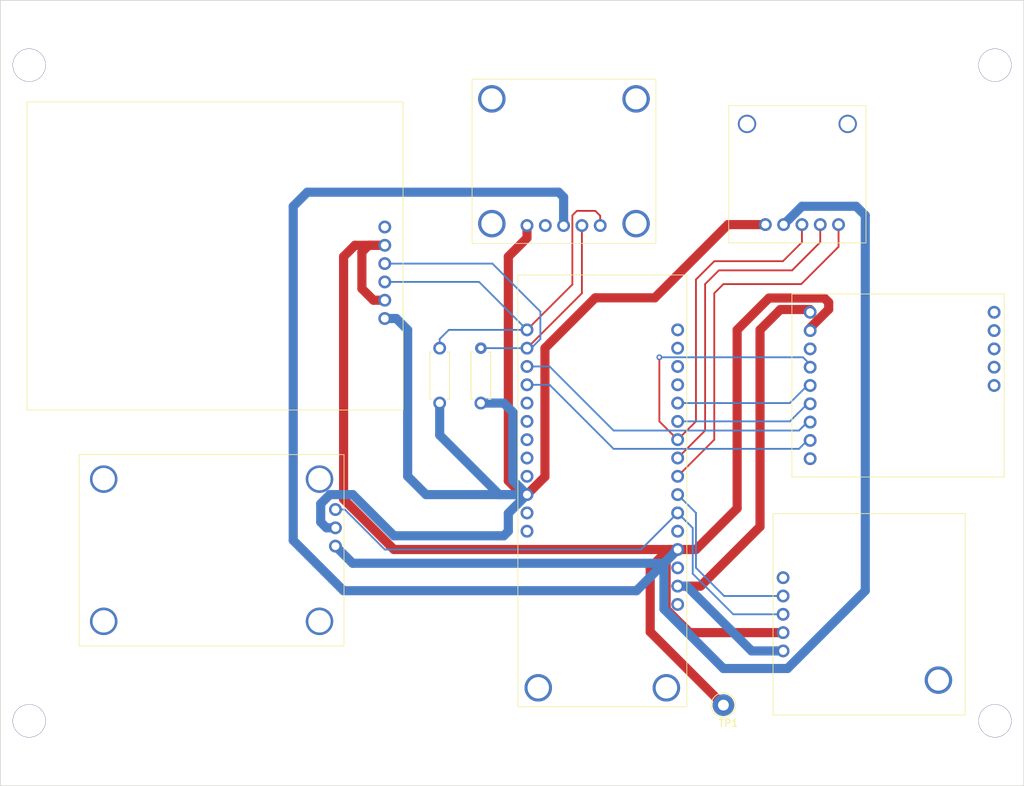
<source format=kicad_pcb>
(kicad_pcb (version 20221018) (generator pcbnew)
  (layers (0 "F.Cu" signal) (31 "B.Cu" signal) (34 "B.Paste" user) (35 "F.Paste" user) (36 "B.SilkS" user "B.Silkscreen") (37 "F.SilkS" user "F.Silkscreen") (38 "B.Mask" user) (39 "F.Mask" user) (44 "Edge.Cuts" user))
  (net 0 "")
  (net 1 "+5V")
  (net 2 "Net-(CO2-SCL)")
  (net 3 "Net-(CO2-SDA)")
  (net 4 "GND")
  (net 5 "Net-(Accelerometer1-Zout)")
  (net 6 "Net-(Accelerometer1-Yout)")
  (net 7 "Net-(Accelerometer1-Xout)")
  (net 10 "Net-(ESP32-WROOM-32E1-TX)")
  (net 11 "Net-(ESP32-WROOM-32E1-RX)")
  (net 12 "+3.3V")
  (net 14 "Net-(ESP32-WROOM-32E1-SCK)")
  (net 15 "Net-(ESP32-WROOM-32E1-MISO)")
  (net 16 "Net-(ESP32-WROOM-32E1-MOSI)")
  (net 17 "Net-(ESP32-WROOM-32E1-D04)")
  (net 18 "Net-(ESP32-WROOM-32E1-D06)")
  (net 24 "+BATT")
  (net 25 "Net-(ESP32-WROOM-32E1-A2)")
  (footprint "my-sensors:SEN55" (layer "F.Cu") (at 106.68 107.6468 180)
    (fp_text reference "SEN55")
    (fp_text value "~")
    (fp_rect (start 0 0) (end 52.1716 42.7736) (stroke (width 0.1)) (fill none) (layer "F.SilkS"))
    (pad "1" thru_hole circle (at 2.54 12.7 180) (size 1.778 1.778) (drill 1.0922) (layers "*.Cu" "*.Mask") (net 1 "+5V"))
    (pad "2" thru_hole circle (at 2.54 15.24 180) (size 1.778 1.778) (drill 1.0922) (layers "*.Cu" "*.Mask") (net 4 "GND"))
    (pad "3" thru_hole circle (at 2.54 17.78 180) (size 1.778 1.778) (drill 1.0922) (layers "*.Cu" "*.Mask") (net 3 "Net-(CO2-SDA)"))
    (pad "4" thru_hole circle (at 2.54 20.32 180) (size 1.778 1.778) (drill 1.0922) (layers "*.Cu" "*.Mask") (net 2 "Net-(CO2-SCL)"))
    (pad "5" thru_hole circle (at 2.54 22.86 180) (size 1.778 1.778) (drill 1.0922) (layers "*.Cu" "*.Mask") (net 4 "GND"))
    (pad "6" thru_hole circle (at 2.54 25.4 180) (size 1.778 1.778) (drill 1.0922) (layers "*.Cu" "*.Mask"))
  )
  (footprint "my-sensors:Methane" (layer "F.Cu") (at 61.7331 113.8285)
    (fp_text reference "Methane3")
    (fp_text value "~")
    (fp_rect (start 0 0) (end 36.7538 26.543) (stroke (width 0.1)) (fill none) (layer "F.SilkS"))
    (pad "1" thru_hole circle (at 35.56 7.62) (size 1.778 1.778) (drill 1.0922) (layers "*.Cu" "*.Mask") (net 25 "Net-(ESP32-WROOM-32E1-A2)"))
    (pad "2" thru_hole circle (at 35.56 10.16) (size 1.778 1.778) (drill 1.0922) (layers "*.Cu" "*.Mask") (net 1 "+5V"))
    (pad "3" thru_hole circle (at 35.56 12.7) (size 1.778 1.778) (drill 1.0922) (layers "*.Cu" "*.Mask") (net 4 "GND"))
    (pad "4" thru_hole circle (at 3.4036 3.4036 270) (size 3.81 3.81) (drill 3.0988) (layers "*.Cu" "*.Mask"))
    (pad "5" thru_hole circle (at 33.3502 3.4036 270) (size 3.81 3.81) (drill 3.0988) (layers "*.Cu" "*.Mask"))
    (pad "6" thru_hole circle (at 3.4036 23.1394 270) (size 3.81 3.81) (drill 3.0988) (layers "*.Cu" "*.Mask"))
    (pad "7" thru_hole circle (at 33.3502 23.1394 270) (size 3.81 3.81) (drill 3.0988) (layers "*.Cu" "*.Mask"))
  )
  (footprint "Resistor_THT:R_Axial_DIN0207_L6.3mm_D2.5mm_P7.62mm_Horizontal" (layer "F.Cu") (at 117.475 106.68 90)
    (fp_text reference "R1")
    (fp_text value "4.7k")
    (fp_line (start 0.54 -1.37) (end 7.08 -1.37) (stroke (width 0.12)) (layer "F.SilkS"))
    (fp_line (start 0.54 -1.04) (end 0.54 -1.37) (stroke (width 0.12)) (layer "F.SilkS"))
    (fp_line (start 0.54 1.04) (end 0.54 1.37) (stroke (width 0.12)) (layer "F.SilkS"))
    (fp_line (start 0.54 1.37) (end 7.08 1.37) (stroke (width 0.12)) (layer "F.SilkS"))
    (fp_line (start 7.08 -1.37) (end 7.08 -1.04) (stroke (width 0.12)) (layer "F.SilkS"))
    (fp_line (start 7.08 1.37) (end 7.08 1.04) (stroke (width 0.12)) (layer "F.SilkS"))
    (pad "1" thru_hole circle (at 0 0 90) (size 1.778 1.778) (drill 1.0922) (layers "*.Cu" "*.Mask") (net 1 "+5V"))
    (pad "2" thru_hole oval (at 7.62 0 90) (size 1.6 1.6) (drill 0.8) (layers "*.Cu" "*.Mask") (net 2 "Net-(CO2-SCL)"))
  )
  (footprint "Resistor_THT:R_Axial_DIN0207_L6.3mm_D2.5mm_P7.62mm_Horizontal" (layer "F.Cu") (at 111.76 106.68 90)
    (fp_text reference "R2")
    (fp_text value "4.7k")
    (fp_line (start 0.54 -1.37) (end 7.08 -1.37) (stroke (width 0.12)) (layer "F.SilkS"))
    (fp_line (start 0.54 -1.04) (end 0.54 -1.37) (stroke (width 0.12)) (layer "F.SilkS"))
    (fp_line (start 0.54 1.04) (end 0.54 1.37) (stroke (width 0.12)) (layer "F.SilkS"))
    (fp_line (start 0.54 1.37) (end 7.08 1.37) (stroke (width 0.12)) (layer "F.SilkS"))
    (fp_line (start 7.08 -1.37) (end 7.08 -1.04) (stroke (width 0.12)) (layer "F.SilkS"))
    (fp_line (start 7.08 1.37) (end 7.08 1.04) (stroke (width 0.12)) (layer "F.SilkS"))
    (pad "1" thru_hole circle (at 0 0 90) (size 1.778 1.778) (drill 1.0922) (layers "*.Cu" "*.Mask") (net 1 "+5V"))
    (pad "2" thru_hole circle (at 7.62 0 90) (size 1.778 1.778) (drill 1.0922) (layers "*.Cu" "*.Mask") (net 3 "Net-(CO2-SDA)"))
  )
  (footprint "TestPoint:TestPoint_Loop_D2.54mm_Drill1.5mm_Beaded" (layer "F.Cu") (at 151.13 148.59)
    (fp_text reference "TP1" (at 0.7 2.5) (layer "F.SilkS"))
    (fp_text value "TestPoint")
    (fp_circle (center 0 0) (end 1.7 0) (stroke (width 0.12)) (fill none) (layer "F.SilkS"))
    (pad "1" thru_hole circle (at 0 0) (size 3 3) (drill 1.5) (layers "*.Cu" "*.Mask") (net 4 "GND"))
  )
  (footprint "my-sensors:ESP32" (layer "F.Cu") (at 122.6058 88.9)
    (fp_text reference "ESP32-WROOM-32E1")
    (fp_text value "~")
    (fp_rect (start 0 0) (end 23.4442 59.9186) (stroke (width 0.1)) (fill none) (layer "F.SilkS"))
    (pad "1" thru_hole circle (at 1.27 7.62) (size 1.778 1.778) (drill 1.0922) (layers "*.Cu" "*.Mask") (net 3 "Net-(CO2-SDA)"))
    (pad "2" thru_hole circle (at 1.27 10.16) (size 1.778 1.778) (drill 1.0922) (layers "*.Cu" "*.Mask") (net 2 "Net-(CO2-SCL)"))
    (pad "3" thru_hole circle (at 1.27 12.7) (size 1.778 1.778) (drill 1.0922) (layers "*.Cu" "*.Mask") (net 17 "Net-(ESP32-WROOM-32E1-D04)"))
    (pad "4" thru_hole circle (at 1.27 15.24) (size 1.778 1.778) (drill 1.0922) (layers "*.Cu" "*.Mask") (net 18 "Net-(ESP32-WROOM-32E1-D06)"))
    (pad "5" thru_hole circle (at 1.27 17.78) (size 1.778 1.778) (drill 1.0922) (layers "*.Cu" "*.Mask"))
    (pad "6" thru_hole circle (at 1.27 20.32) (size 1.778 1.778) (drill 1.0922) (layers "*.Cu" "*.Mask"))
    (pad "7" thru_hole circle (at 1.27 22.86) (size 1.778 1.778) (drill 1.0922) (layers "*.Cu" "*.Mask"))
    (pad "8" thru_hole circle (at 1.27 25.4) (size 1.778 1.778) (drill 1.0922) (layers "*.Cu" "*.Mask"))
    (pad "9" thru_hole circle (at 1.27 27.94) (size 1.778 1.778) (drill 1.0922) (layers "*.Cu" "*.Mask"))
    (pad "10" thru_hole circle (at 1.27 30.48) (size 1.778 1.778) (drill 1.0922) (layers "*.Cu" "*.Mask") (net 1 "+5V"))
    (pad "11" thru_hole circle (at 1.27 33.02) (size 1.778 1.778) (drill 1.0922) (layers "*.Cu" "*.Mask"))
    (pad "12" thru_hole circle (at 1.27 35.56) (size 1.778 1.778) (drill 1.0922) (layers "*.Cu" "*.Mask") (net 24 "+BATT"))
    (pad "13" thru_hole circle (at 22.1742 45.72) (size 1.778 1.778) (drill 1.0922) (layers "*.Cu" "*.Mask"))
    (pad "14" thru_hole circle (at 22.1742 43.18) (size 1.778 1.778) (drill 1.0922) (layers "*.Cu" "*.Mask") (net 12 "+3.3V"))
    (pad "15" thru_hole circle (at 22.1742 40.64) (size 1.778 1.778) (drill 1.0922) (layers "*.Cu" "*.Mask"))
    (pad "16" thru_hole circle (at 22.1742 38.1) (size 1.778 1.778) (drill 1.0922) (layers "*.Cu" "*.Mask") (net 4 "GND"))
    (pad "17" thru_hole circle (at 22.1742 35.56) (size 1.778 1.778) (drill 1.0922) (layers "*.Cu" "*.Mask"))
    (pad "18" thru_hole circle (at 22.1742 33.02) (size 1.778 1.778) (drill 1.0922) (layers "*.Cu" "*.Mask"))
    (pad "19" thru_hole circle (at 22.1742 30.48) (size 1.778 1.778) (drill 1.0922) (layers "*.Cu" "*.Mask") (net 25 "Net-(ESP32-WROOM-32E1-A2)"))
    (pad "20" thru_hole circle (at 22.1742 27.94) (size 1.778 1.778) (drill 1.0922) (layers "*.Cu" "*.Mask") (net 7 "Net-(Accelerometer1-Xout)"))
    (pad "21" thru_hole circle (at 22.1742 25.4) (size 1.778 1.778) (drill 1.0922) (layers "*.Cu" "*.Mask") (net 6 "Net-(Accelerometer1-Yout)"))
    (pad "22" thru_hole circle (at 22.1742 22.86) (size 1.778 1.778) (drill 1.0922) (layers "*.Cu" "*.Mask") (net 5 "Net-(Accelerometer1-Zout)"))
    (pad "23" thru_hole circle (at 22.1742 20.32) (size 1.778 1.778) (drill 1.0922) (layers "*.Cu" "*.Mask") (net 14 "Net-(ESP32-WROOM-32E1-SCK)"))
    (pad "24" thru_hole circle (at 22.1742 17.78) (size 1.778 1.778) (drill 1.0922) (layers "*.Cu" "*.Mask") (net 16 "Net-(ESP32-WROOM-32E1-MOSI)"))
    (pad "25" thru_hole circle (at 22.1742 15.24) (size 1.778 1.778) (drill 1.0922) (layers "*.Cu" "*.Mask") (net 15 "Net-(ESP32-WROOM-32E1-MISO)"))
    (pad "26" thru_hole circle (at 22.1742 12.7) (size 1.778 1.778) (drill 1.0922) (layers "*.Cu" "*.Mask") (net 11 "Net-(ESP32-WROOM-32E1-RX)"))
    (pad "27" thru_hole circle (at 22.1742 10.16) (size 1.778 1.778) (drill 1.0922) (layers "*.Cu" "*.Mask") (net 10 "Net-(ESP32-WROOM-32E1-TX)"))
    (pad "28" thru_hole circle (at 2.8321 57.2897) (size 3.81 3.81) (drill 2.9718) (layers "*.Cu" "*.Mask"))
    (pad "28" thru_hole circle (at 22.1742 7.62) (size 1.778 1.778) (drill 1.0922) (layers "*.Cu" "*.Mask"))
    (pad "29" thru_hole circle (at 20.6121 57.2897) (size 3.81 3.81) (drill 2.9718) (layers "*.Cu" "*.Mask"))
  )
  (footprint "my-sensors:Accelerometer" (layer "F.Cu") (at 151.865 65.405)
    (fp_text reference "Accelerometer1")
    (fp_text value "~")
    (fp_rect (start 0 0) (end 19.05 19.05) (stroke (width 0.1)) (fill none) (layer "F.SilkS"))
    (pad "1" thru_hole circle (at 5.08 16.51) (size 1.778 1.778) (drill 1.0922) (layers "*.Cu" "*.Mask") (net 1 "+5V"))
    (pad "2" thru_hole circle (at 7.62 16.51) (size 1.778 1.778) (drill 1.0922) (layers "*.Cu" "*.Mask") (net 4 "GND"))
    (pad "3" thru_hole circle (at 10.16 16.51) (size 1.778 1.778) (drill 1.0922) (layers "*.Cu" "*.Mask") (net 5 "Net-(Accelerometer1-Zout)"))
    (pad "4" thru_hole circle (at 12.7 16.51) (size 1.778 1.778) (drill 1.0922) (layers "*.Cu" "*.Mask") (net 6 "Net-(Accelerometer1-Yout)"))
    (pad "5" thru_hole circle (at 15.24 16.51) (size 1.778 1.778) (drill 1.0922) (layers "*.Cu" "*.Mask") (net 7 "Net-(Accelerometer1-Xout)"))
    (pad "6" thru_hole circle (at 2.54 2.54) (size 2.54 2.54) (drill 2.032) (layers "*.Cu" "*.Mask"))
    (pad "7" thru_hole circle (at 16.51 2.54) (size 2.54 2.54) (drill 2.032) (layers "*.Cu" "*.Mask"))
  )
  (footprint "my-sensors:GPS" (layer "F.Cu") (at 184.685 122.02 -90)
    (fp_text reference "GPS1")
    (fp_text value "~")
    (fp_rect (start 0 0) (end 27.94 26.67) (stroke (width 0.1)) (fill none) (layer "F.SilkS"))
    (pad "1" thru_hole circle (at 8.89 25.273 270) (size 1.778 1.778) (drill 1.0922) (layers "*.Cu" "*.Mask"))
    (pad "2" thru_hole circle (at 11.43 25.273 270) (size 1.778 1.778) (drill 1.0922) (layers "*.Cu" "*.Mask") (net 10 "Net-(ESP32-WROOM-32E1-TX)"))
    (pad "3" thru_hole circle (at 13.97 25.273 270) (size 1.778 1.778) (drill 1.0922) (layers "*.Cu" "*.Mask") (net 11 "Net-(ESP32-WROOM-32E1-RX)"))
    (pad "4" thru_hole circle (at 16.51 25.273 270) (size 1.778 1.778) (drill 1.0922) (layers "*.Cu" "*.Mask") (net 4 "GND"))
    (pad "5" thru_hole circle (at 19.05 25.273 270) (size 1.778 1.778) (drill 1.0922) (layers "*.Cu" "*.Mask") (net 12 "+3.3V"))
    (pad "6" thru_hole circle (at 23.1013 3.7211 270) (size 3.81 3.81) (drill 2.921) (layers "*.Cu" "*.Mask"))
  )
  (footprint "my-sensors:LoraWAN" (layer "F.Cu") (at 160.628 91.54)
    (fp_text reference "LoraWAN1")
    (fp_text value "~")
    (fp_rect (start 0 0) (end 29.464 25.4) (stroke (width 0.1)) (fill none) (layer "F.SilkS"))
    (pad "1" thru_hole circle (at 2.54 2.54 270) (size 1.778 1.778) (drill 1.0922) (layers "*.Cu" "*.Mask") (net 12 "+3.3V"))
    (pad "2" thru_hole circle (at 2.54 5.08 270) (size 1.778 1.778) (drill 1.0922) (layers "*.Cu" "*.Mask") (net 4 "GND"))
    (pad "3" thru_hole circle (at 2.54 7.62 270) (size 1.778 1.778) (drill 1.0922) (layers "*.Cu" "*.Mask"))
    (pad "4" thru_hole circle (at 2.54 10.16 270) (size 1.778 1.778) (drill 1.0922) (layers "*.Cu" "*.Mask") (net 14 "Net-(ESP32-WROOM-32E1-SCK)"))
    (pad "5" thru_hole circle (at 2.54 12.7 270) (size 1.778 1.778) (drill 1.0922) (layers "*.Cu" "*.Mask") (net 15 "Net-(ESP32-WROOM-32E1-MISO)"))
    (pad "6" thru_hole circle (at 2.54 15.24 270) (size 1.778 1.778) (drill 1.0922) (layers "*.Cu" "*.Mask") (net 16 "Net-(ESP32-WROOM-32E1-MOSI)"))
    (pad "7" thru_hole circle (at 2.54 17.78 270) (size 1.778 1.778) (drill 1.0922) (layers "*.Cu" "*.Mask") (net 17 "Net-(ESP32-WROOM-32E1-D04)"))
    (pad "8" thru_hole circle (at 2.54 20.32 270) (size 1.778 1.778) (drill 1.0922) (layers "*.Cu" "*.Mask") (net 18 "Net-(ESP32-WROOM-32E1-D06)"))
    (pad "9" thru_hole circle (at 2.54 22.86 270) (size 1.778 1.778) (drill 1.0922) (layers "*.Cu" "*.Mask"))
    (pad "10" thru_hole circle (at 28.067 12.7 270) (size 1.778 1.778) (drill 1.0922) (layers "*.Cu" "*.Mask"))
    (pad "11" thru_hole circle (at 28.067 10.16 270) (size 1.778 1.778) (drill 1.0922) (layers "*.Cu" "*.Mask"))
    (pad "12" thru_hole circle (at 28.067 7.62 270) (size 1.778 1.778) (drill 1.0922) (layers "*.Cu" "*.Mask"))
    (pad "13" thru_hole circle (at 28.067 5.08 270) (size 1.778 1.778) (drill 1.0922) (layers "*.Cu" "*.Mask"))
    (pad "14" thru_hole circle (at 28.067 2.54 270) (size 1.778 1.778) (drill 1.0922) (layers "*.Cu" "*.Mask"))
  )
  (footprint "my-sensors:CO2" (layer "F.Cu") (at 116.255 61.725)
    (fp_text reference "CO2")
    (fp_text value "~")
    (fp_rect (start 0 0) (end 25.5 22.8) (stroke (width 0.1)) (fill none) (layer "F.SilkS"))
    (pad "1" thru_hole circle (at 7.62 20.32) (size 1.778 1.778) (drill 1.0922) (layers "*.Cu" "*.Mask") (net 1 "+5V"))
    (pad "2" thru_hole circle (at 10.16 20.32) (size 1.778 1.778) (drill 1.0922) (layers "*.Cu" "*.Mask"))
    (pad "3" thru_hole circle (at 12.7 20.32) (size 1.778 1.778) (drill 1.0922) (layers "*.Cu" "*.Mask") (net 4 "GND"))
    (pad "4" thru_hole circle (at 15.24 20.32) (size 1.778 1.778) (drill 1.0922) (layers "*.Cu" "*.Mask") (net 2 "Net-(CO2-SCL)"))
    (pad "5" thru_hole circle (at 17.78 20.32) (size 1.778 1.778) (drill 1.0922) (layers "*.Cu" "*.Mask") (net 3 "Net-(CO2-SDA)"))
    (pad "6" thru_hole circle (at 2.7432 2.7432 270) (size 3.81 3.81) (drill 2.921) (layers "*.Cu" "*.Mask"))
    (pad "7" thru_hole circle (at 22.75586 2.7432 270) (size 3.81 3.81) (drill 2.921) (layers "*.Cu" "*.Mask"))
    (pad "8" thru_hole circle (at 2.7432 20.05584 270) (size 3.81 3.81) (drill 2.921) (layers "*.Cu" "*.Mask"))
    (pad "9" thru_hole circle (at 22.75586 20.05584 270) (size 3.81 3.81) (drill 2.921) (layers "*.Cu" "*.Mask"))
  )
  (gr_rect (start 50.8 50.8) (end 192.8114 159.766) (stroke (width 0.1)) (fill none) (layer "Edge.Cuts"))
  (via (at 54.8005 150.7744) (size 4.572) (drill 4.4958) (layers "F.Cu" "B.Cu") (net 0))
  (via (at 188.8109 59.7916) (size 4.572) (drill 4.4958) (layers "F.Cu" "B.Cu") (net 0))
  (via (at 54.8005 59.7916) (size 4.572) (drill 4.4958) (layers "F.Cu" "B.Cu") (net 0))
  (via (at 188.8109 150.7744) (size 4.572) (drill 4.4958) (layers "F.Cu" "B.Cu") (net 0))
  (segment (start 121.285 117.475) (end 123.19 119.38) (width 1.27) (layer "F.Cu") (net 1))
  (segment (start 141.605 92.075) (end 151.765 81.915) (width 1.27) (layer "F.Cu") (net 1))
  (segment (start 151.765 81.915) (end 156.945 81.915) (width 1.27) (layer "F.Cu") (net 1))
  (segment (start 121.285 86.36) (end 123.875 83.77) (width 1.27) (layer "F.Cu") (net 1))
  (segment (start 123.875 83.77) (end 123.875 82.045) (width 1.27) (layer "F.Cu") (net 1))
  (segment (start 123.19 119.38) (end 123.8758 119.38) (width 1.27) (layer "F.Cu") (net 1))
  (segment (start 126.365 99.06) (end 133.35 92.075) (width 1.27) (layer "F.Cu") (net 1))
  (segment (start 133.35 92.075) (end 141.605 92.075) (width 1.27) (layer "F.Cu") (net 1))
  (segment (start 123.8758 119.38) (end 126.365 116.8908) (width 1.27) (layer "F.Cu") (net 1))
  (segment (start 126.365 116.8908) (end 126.365 99.06) (width 1.27) (layer "F.Cu") (net 1))
  (segment (start 121.285 86.36) (end 121.285 117.475) (width 1.27) (layer "F.Cu") (net 1))
  (segment (start 123.8758 119.38) (end 121.92 117.4242) (width 1.27) (layer "B.Cu") (net 1))
  (segment (start 105.41 125.095) (end 120.65 125.095) (width 1.27) (layer "B.Cu") (net 1))
  (segment (start 104.14 94.9468) (end 105.7418 94.9468) (width 1.27) (layer "B.Cu") (net 1))
  (segment (start 111.76 111.125) (end 120.015 119.38) (width 1.27) (layer "B.Cu") (net 1))
  (segment (start 121.285 124.46) (end 121.285 121.9708) (width 1.27) (layer "B.Cu") (net 1))
  (segment (start 97.2931 123.9885) (end 96.0485 123.9885) (width 1.27) (layer "B.Cu") (net 1))
  (segment (start 121.285 121.9708) (end 123.8758 119.38) (width 1.27) (layer "B.Cu") (net 1))
  (segment (start 111.76 106.68) (end 111.76 111.125) (width 1.27) (layer "B.Cu") (net 1))
  (segment (start 121.92 117.4242) (end 121.92 107.95) (width 1.27) (layer "B.Cu") (net 1))
  (segment (start 120.65 125.095) (end 121.285 124.46) (width 1.27) (layer "B.Cu") (net 1))
  (segment (start 109.855 119.38) (end 123.8758 119.38) (width 1.27) (layer "B.Cu") (net 1))
  (segment (start 107.315 116.84) (end 109.855 119.38) (width 1.27) (layer "B.Cu") (net 1))
  (segment (start 121.92 107.95) (end 120.65 106.68) (width 1.27) (layer "B.Cu") (net 1))
  (segment (start 99.695 119.38) (end 105.41 125.095) (width 1.27) (layer "B.Cu") (net 1))
  (segment (start 95.25 123.19) (end 95.25 120.65) (width 1.27) (layer "B.Cu") (net 1))
  (segment (start 96.52 119.38) (end 99.695 119.38) (width 1.27) (layer "B.Cu") (net 1))
  (segment (start 96.0485 123.9885) (end 95.25 123.19) (width 1.27) (layer "B.Cu") (net 1))
  (segment (start 120.65 106.68) (end 117.475 106.68) (width 1.27) (layer "B.Cu") (net 1))
  (segment (start 120.015 119.38) (end 123.8758 119.38) (width 1.27) (layer "B.Cu") (net 1))
  (segment (start 105.7418 94.9468) (end 107.315 96.52) (width 1.27) (layer "B.Cu") (net 1))
  (segment (start 95.25 120.65) (end 96.52 119.38) (width 1.27) (layer "B.Cu") (net 1))
  (segment (start 107.315 96.52) (end 107.315 116.84) (width 1.27) (layer "B.Cu") (net 1))
  (segment (start 131.495 82.045) (end 131.495 91.4408) (width 0.25) (layer "F.Cu") (net 2))
  (segment (start 131.495 91.4408) (end 123.8758 99.06) (width 0.25) (layer "F.Cu") (net 2))
  (segment (start 125.73 93.98) (end 119.0768 87.3268) (width 0.25) (layer "B.Cu") (net 2))
  (segment (start 119.0768 87.3268) (end 104.14 87.3268) (width 0.25) (layer "B.Cu") (net 2))
  (segment (start 123.8758 99.06) (end 124.46 99.06) (width 0.25) (layer "B.Cu") (net 2))
  (segment (start 123.8758 99.06) (end 117.475 99.06) (width 0.25) (layer "B.Cu") (net 2))
  (segment (start 125.73 97.79) (end 125.73 93.98) (width 0.25) (layer "B.Cu") (net 2))
  (segment (start 124.46 99.06) (end 125.73 97.79) (width 0.25) (layer "B.Cu") (net 2))
  (segment (start 133.35 80.01) (end 134.035 80.695) (width 0.25) (layer "F.Cu") (net 3))
  (segment (start 130.169 80.639) (end 130.798 80.01) (width 0.25) (layer "F.Cu") (net 3))
  (segment (start 134.035 80.695) (end 134.035 82.045) (width 0.25) (layer "F.Cu") (net 3))
  (segment (start 130.169 90.2268) (end 130.169 80.639) (width 0.25) (layer "F.Cu") (net 3))
  (segment (start 130.798 80.01) (end 133.35 80.01) (width 0.25) (layer "F.Cu") (net 3))
  (segment (start 123.8758 96.52) (end 130.169 90.2268) (width 0.25) (layer "F.Cu") (net 3))
  (segment (start 123.8758 96.52) (end 117.2226 89.8668) (width 0.25) (layer "B.Cu") (net 3))
  (segment (start 117.2226 89.8668) (end 104.14 89.8668) (width 0.25) (layer "B.Cu") (net 3))
  (segment (start 111.76 99.06) (end 111.76 97.79) (width 0.25) (layer "B.Cu") (net 3))
  (segment (start 113.03 96.52) (end 123.8758 96.52) (width 0.25) (layer "B.Cu") (net 3))
  (segment (start 111.76 97.79) (end 113.03 96.52) (width 0.25) (layer "B.Cu") (net 3))
  (segment (start 147.32 127) (end 144.78 127) (width 1.27) (layer "F.Cu") (net 4))
  (segment (start 140.97 138.43) (end 151.13 148.59) (width 1.27) (layer "F.Cu") (net 4))
  (segment (start 104.14 84.7868) (end 101.9032 84.7868) (width 1.27) (layer "F.Cu") (net 4))
  (segment (start 165.735 93.672) (end 165.735 92.71) (width 1.27) (layer "F.Cu") (net 4))
  (segment (start 105.41 127) (end 144.78 127) (width 1.27) (layer "F.Cu") (net 4))
  (segment (start 102.5668 92.4068) (end 104.14 92.4068) (width 1.27) (layer "F.Cu") (net 4))
  (segment (start 99.9982 84.7868) (end 98.425 86.36) (width 1.27) (layer "F.Cu") (net 4))
  (segment (start 146.4315 138.53) (end 143.183 135.2815) (width 1.27) (layer "F.Cu") (net 4))
  (segment (start 153.035 96.52) (end 153.035 121.285) (width 1.27) (layer "F.Cu") (net 4))
  (segment (start 165.127 92.102) (end 157.453 92.102) (width 1.27) (layer "F.Cu") (net 4))
  (segment (start 143.183 135.2815) (end 143.183 128.597) (width 1.27) (layer "F.Cu") (net 4))
  (segment (start 157.453 92.102) (end 153.035 96.52) (width 1.27) (layer "F.Cu") (net 4))
  (segment (start 143.51 127) (end 140.97 129.54) (width 1.27) (layer "F.Cu") (net 4))
  (segment (start 143.183 128.597) (end 144.78 127) (width 1.27) (layer "F.Cu") (net 4))
  (segment (start 159.412 138.53) (end 146.4315 138.53) (width 1.27) (layer "F.Cu") (net 4))
  (segment (start 100.965 90.805) (end 102.5668 92.4068) (width 1.27) (layer "F.Cu") (net 4))
  (segment (start 104.14 84.7868) (end 99.9982 84.7868) (width 1.27) (layer "F.Cu") (net 4))
  (segment (start 165.735 92.71) (end 165.127 92.102) (width 1.27) (layer "F.Cu") (net 4))
  (segment (start 140.97 129.54) (end 140.97 138.43) (width 1.27) (layer "F.Cu") (net 4))
  (segment (start 101.9032 84.7868) (end 100.965 85.725) (width 1.27) (layer "F.Cu") (net 4))
  (segment (start 163.168 96.239) (end 165.735 93.672) (width 1.27) (layer "F.Cu") (net 4))
  (segment (start 98.425 86.36) (end 98.425 120.015) (width 1.27) (layer "F.Cu") (net 4))
  (segment (start 100.965 85.725) (end 100.965 90.805) (width 1.27) (layer "F.Cu") (net 4))
  (segment (start 144.78 127) (end 143.51 127) (width 1.27) (layer "F.Cu") (net 4))
  (segment (start 98.425 120.015) (end 105.41 127) (width 1.27) (layer "F.Cu") (net 4))
  (segment (start 153.035 121.285) (end 147.32 127) (width 1.27) (layer "F.Cu") (net 4))
  (segment (start 93.395 77.42) (end 128.27 77.42) (width 1.27) (layer "B.Cu") (net 4))
  (segment (start 151.13 143.51) (end 142.875 135.255) (width 1.27) (layer "B.Cu") (net 4))
  (segment (start 142.875 135.255) (end 142.875 128.905) (width 1.27) (layer "B.Cu") (net 4))
  (segment (start 128.955 78.105) (end 128.955 82.045) (width 1.27) (layer "B.Cu") (net 4))
  (segment (start 139.065 132.715) (end 98.425 132.715) (width 1.27) (layer "B.Cu") (net 4))
  (segment (start 160.02 143.51) (end 151.13 143.51) (width 1.27) (layer "B.Cu") (net 4))
  (segment (start 91.44 125.73) (end 91.44 79.375) (width 1.27) (layer "B.Cu") (net 4))
  (segment (start 142.875 128.905) (end 144.78 127) (width 1.27) (layer "B.Cu") (net 4))
  (segment (start 97.2931 126.5285) (end 99.6696 128.905) (width 1.27) (layer "B.Cu") (net 4))
  (segment (start 162.025 79.375) (end 169.545 79.375) (width 1.27) (layer "B.Cu") (net 4))
  (segment (start 169.545 79.375) (end 170.815 80.645) (width 1.27) (layer "B.Cu") (net 4))
  (segment (start 91.44 79.375) (end 93.395 77.42) (width 1.27) (layer "B.Cu") (net 4))
  (segment (start 98.425 132.715) (end 91.44 125.73) (width 1.27) (layer "B.Cu") (net 4))
  (segment (start 128.27 77.42) (end 128.955 78.105) (width 1.27) (layer "B.Cu") (net 4))
  (segment (start 170.815 80.645) (end 170.815 132.715) (width 1.27) (layer "B.Cu") (net 4))
  (segment (start 99.6696 128.905) (end 142.875 128.905) (width 1.27) (layer "B.Cu") (net 4))
  (segment (start 144.78 127) (end 139.065 132.715) (width 1.27) (layer "B.Cu") (net 4))
  (segment (start 159.485 81.915) (end 162.025 79.375) (width 1.27) (layer "B.Cu") (net 4))
  (segment (start 170.815 132.715) (end 160.02 143.51) (width 1.27) (layer "B.Cu") (net 4))
  (segment (start 162.025 84.355) (end 159.385 86.995) (width 0.25) (layer "F.Cu") (net 5))
  (segment (start 159.385 86.995) (end 149.86 86.995) (width 0.25) (layer "F.Cu") (net 5))
  (segment (start 162.025 81.915) (end 162.025 84.355) (width 0.25) (layer "F.Cu") (net 5))
  (segment (start 149.86 86.995) (end 147.32 89.535) (width 0.25) (layer "F.Cu") (net 5))
  (segment (start 147.32 89.535) (end 147.32 109.22) (width 0.25) (layer "F.Cu") (net 5))
  (segment (start 147.32 109.22) (end 145.098198 111.441802) (width 0.25) (layer "F.Cu") (net 5))
  (segment (start 148.59 90.17) (end 148.59 110.49) (width 0.25) (layer "F.Cu") (net 6))
  (segment (start 148.59 110.49) (end 144.78 114.3) (width 0.25) (layer "F.Cu") (net 6))
  (segment (start 160.655 88.265) (end 150.495 88.265) (width 0.25) (layer "F.Cu") (net 6))
  (segment (start 150.495 88.265) (end 148.59 90.17) (width 0.25) (layer "F.Cu") (net 6))
  (segment (start 164.565 81.915) (end 164.565 84.355) (width 0.25) (layer "F.Cu") (net 6))
  (segment (start 164.565 84.355) (end 160.655 88.265) (width 0.25) (layer "F.Cu") (net 6))
  (segment (start 167.105 81.915) (end 167.105 84.99) (width 0.25) (layer "F.Cu") (net 7))
  (segment (start 167.105 84.99) (end 161.925 90.17) (width 0.25) (layer "F.Cu") (net 7))
  (segment (start 161.925 90.17) (end 151.13 90.17) (width 0.25) (layer "F.Cu") (net 7))
  (segment (start 149.86 111.76) (end 144.78 116.84) (width 0.25) (layer "F.Cu") (net 7))
  (segment (start 151.13 90.17) (end 149.86 91.44) (width 0.25) (layer "F.Cu") (net 7))
  (segment (start 149.86 91.44) (end 149.86 111.76) (width 0.25) (layer "F.Cu") (net 7))
  (segment (start 151.23 133.45) (end 147.32 129.54) (width 0.25) (layer "B.Cu") (net 10))
  (segment (start 159.412 133.45) (end 151.23 133.45) (width 0.25) (layer "B.Cu") (net 10))
  (segment (start 147.32 129.54) (end 147.32 121.92) (width 0.25) (layer "B.Cu") (net 10))
  (segment (start 147.32 121.92) (end 144.78 119.38) (width 0.25) (layer "B.Cu") (net 10))
  (segment (start 146.87 124.01) (end 144.78 121.92) (width 0.25) (layer "B.Cu") (net 11))
  (segment (start 159.412 135.99) (end 152.5 135.99) (width 0.25) (layer "B.Cu") (net 11))
  (segment (start 146.87 130.36) (end 146.87 124.01) (width 0.25) (layer "B.Cu") (net 11))
  (segment (start 152.5 135.99) (end 146.87 130.36) (width 0.25) (layer "B.Cu") (net 11))
  (segment (start 156.21 96.52) (end 156.21 123.825) (width 1.27) (layer "F.Cu") (net 12))
  (segment (start 156.21 123.825) (end 147.955 132.08) (width 1.27) (layer "F.Cu") (net 12))
  (segment (start 163.168 93.699) (end 159.031 93.699) (width 1.27) (layer "F.Cu") (net 12))
  (segment (start 159.031 93.699) (end 156.21 96.52) (width 1.27) (layer "F.Cu") (net 12))
  (segment (start 147.955 132.08) (end 144.78 132.08) (width 1.27) (layer "F.Cu") (net 12))
  (segment (start 146.05 132.08) (end 144.78 132.08) (width 1.27) (layer "B.Cu") (net 12))
  (segment (start 155.04 141.07) (end 146.05 132.08) (width 1.27) (layer "B.Cu") (net 12))
  (segment (start 159.412 141.07) (end 155.04 141.07) (width 1.27) (layer "B.Cu") (net 12))
  (segment (start 142.24 100.33) (end 142.24 109.22) (width 0.25) (layer "F.Cu") (net 14))
  (segment (start 142.24 109.22) (end 144.78 111.76) (width 0.25) (layer "F.Cu") (net 14))
  (via (at 142.24 100.33) (size 0.8) (drill 0.4) (layers "F.Cu" "B.Cu") (net 14))
  (segment (start 163.168 101.319) (end 162.179 100.33) (width 0.25) (layer "B.Cu") (net 14))
  (segment (start 162.179 100.33) (end 142.24 100.33) (width 0.25) (layer "B.Cu") (net 14))
  (segment (start 163.168 103.859) (end 160.347 106.68) (width 0.25) (layer "B.Cu") (net 15))
  (segment (start 160.347 106.68) (end 144.78 106.68) (width 0.25) (layer "B.Cu") (net 15))
  (segment (start 163.168 106.399) (end 160.347 109.22) (width 0.25) (layer "B.Cu") (net 16))
  (segment (start 160.347 109.22) (end 144.78 109.22) (width 0.25) (layer "B.Cu") (net 16))
  (segment (start 127 101.6) (end 123.8758 101.6) (width 0.25) (layer "B.Cu") (net 17))
  (segment (start 161.617 110.49) (end 135.89 110.49) (width 0.25) (layer "B.Cu") (net 17))
  (segment (start 135.89 110.49) (end 127 101.6) (width 0.25) (layer "B.Cu") (net 17))
  (segment (start 163.168 108.939) (end 161.617 110.49) (width 0.25) (layer "B.Cu") (net 17))
  (segment (start 163.168 111.479) (end 161.617 113.03) (width 0.25) (layer "B.Cu") (net 18))
  (segment (start 161.617 113.03) (end 135.89 113.03) (width 0.25) (layer "B.Cu") (net 18))
  (segment (start 127 104.14) (end 123.8758 104.14) (width 0.25) (layer "B.Cu") (net 18))
  (segment (start 135.89 113.03) (end 127 104.14) (width 0.25) (layer "B.Cu") (net 18))
  (segment (start 97.2931 121.4485) (end 98.5885 121.4485) (width 0.25) (layer "B.Cu") (net 25))
  (segment (start 98.5885 121.4485) (end 104.14 127) (width 0.25) (layer "B.Cu") (net 25))
  (segment (start 139.7 127) (end 144.461802 122.238198) (width 0.25) (layer "B.Cu") (net 25))
  (segment (start 104.14 127) (end 139.7 127) (width 0.25) (layer "B.Cu") (net 25))
)
</source>
